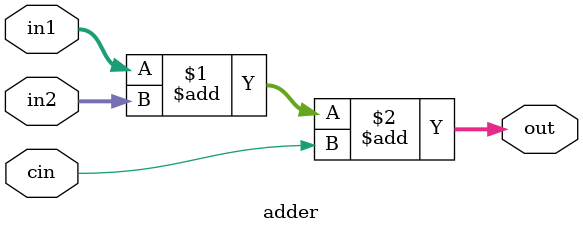
<source format=v>
module adder
#(
    parameter M_WIDTH = 32
)
(
    input cin,
    input [M_WIDTH-1:0] in1,
    input [M_WIDTH-1:0] in2,
    output [M_WIDTH-1:0] out
);

assign out = in1 + in2 + cin;

endmodule

</source>
